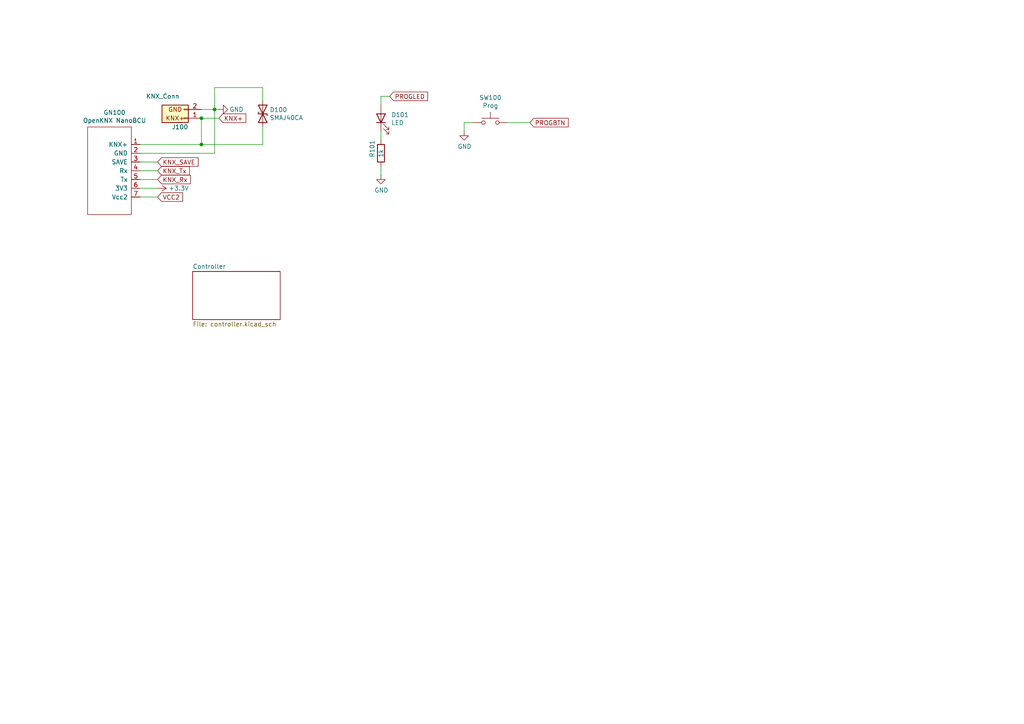
<source format=kicad_sch>
(kicad_sch (version 20231120) (generator "eeschema") (generator_version "8.0")
  (paper "A4")
  (title_block (title "UP1-Controller2040") (date "2025-01-27") (rev "V01.01") (company "OpenKNX") (comment 1 "by Ing-Dom <dom@ing-dom.de>") (comment 2 "OpenKNX Open Hardware under CC BY-NC-SA 4.0") (comment 3 "UP1-Controller PCB with RP2040 MCU") (comment 4 "https://OpenKNX.de"))
  (lib_symbols
    (symbol "Device:D_TVS" (pin_numbers hide) (pin_names (offset 1.016) hide)
      (property "Reference" "D" (at 0 2.54 0))
      (property "Value" "D_TVS" (at 0 -2.54 0))
      (symbol "D_TVS_0_1"
        (polyline (pts (xy 1.27 0) (xy -1.27 0)))
        (polyline (pts (xy 0.508 1.27) (xy 0 1.27) (xy 0 -1.27) (xy -0.508 -1.27)) (stroke (width 0.254)))
        (polyline (pts (xy -2.54 1.27) (xy -2.54 -1.27) (xy 2.54 1.27) (xy 2.54 -1.27) (xy -2.54 1.27)) (stroke (width 0.254)))
      )
      (symbol "D_TVS_1_1"
        (pin passive line (at -3.81 0 0) (length 2.54) (name "A1") (number "1"))
        (pin passive line (at 3.81 0 180) (length 2.54) (name "A2") (number "2"))
      )
    )
    (symbol "Device:LED" (pin_numbers hide) (pin_names (offset 1.016) hide)
      (property "Reference" "D" (at 0 2.54 0))
      (property "Value" "LED" (at 0 -2.54 0))
      (symbol "LED_0_1"
        (polyline (pts (xy -1.27 -1.27) (xy -1.27 1.27)) (stroke (width 0.254)))
        (polyline (pts (xy -1.27 0) (xy 1.27 0)))
        (polyline (pts (xy 1.27 -1.27) (xy 1.27 1.27) (xy -1.27 0) (xy 1.27 -1.27)) (stroke (width 0.254)))
        (polyline (pts (xy -3.048 -0.762) (xy -4.572 -2.286) (xy -3.81 -2.286) (xy -4.572 -2.286) (xy -4.572 -1.524)))
        (polyline (pts (xy -1.778 -0.762) (xy -3.302 -2.286) (xy -2.54 -2.286) (xy -3.302 -2.286) (xy -3.302 -1.524)))
      )
      (symbol "LED_1_1"
        (pin passive line (at -3.81 0 0) (length 2.54) (name "K") (number "1"))
        (pin passive line (at 3.81 0 180) (length 2.54) (name "A") (number "2"))
      )
    )
    (symbol "Device:R" (pin_numbers hide) (pin_names (offset 0))
      (property "Reference" "R" (at 2.032 0 90))
      (property "Value" "R" (at 0 0 90))
      (symbol "R_0_1"
        (rectangle (start -1.016 -2.54) (end 1.016 2.54) (stroke (width 0.254)))
      )
      (symbol "R_1_1"
        (pin passive line (at 0 3.81 270) (length 1.27) (name "~") (number "1"))
        (pin passive line (at 0 -3.81 90) (length 1.27) (name "~") (number "2"))
      )
    )
    (symbol "OpenKNX:Conn_KNX" (pin_names (offset 1.016) hide)
      (property "Reference" "J" (at 0 2.54 0))
      (property "Value" "Conn_KNX" (at 0 -5.08 0))
      (symbol "Conn_KNX_0_0"
        (text "GND" (at 2.54 -2.54 0) (effects (font (size 1.27 1.27))))
        (text "KNX+" (at 2.54 0 0) (effects (font (size 1.27 1.27))))
      )
      (symbol "Conn_KNX_1_1"
        (rectangle (start -1.27 -2.413) (end 0 -2.667) (stroke (width 0.1524)))
        (rectangle (start -1.27 0.127) (end 0 -0.127) (stroke (width 0.1524)))
        (rectangle (start -1.27 1.27) (end 6.35 -3.81) (stroke (width 0.254)) (fill (type background)))
        (pin passive line (at -5.08 0 0) (length 3.81) (name "Pin_1") (number "1"))
        (pin passive line (at -5.08 -2.54 0) (length 3.81) (name "Pin_2") (number "2"))
      )
    )
    (symbol "OpenKNX:OpenKNX_BCU" (pin_names (offset 1.016))
      (property "Reference" "GN" (at -5.08 13.97 0))
      (property "Value" "OpenKNX_BCU" (at -3.175 0 90))
      (symbol "OpenKNX_BCU_0_1"
        (rectangle (start 6.35 12.7) (end -6.35 -12.7))
      )
      (symbol "OpenKNX_BCU_1_1"
        (pin bidirectional line (at 8.89 7.62 180) (length 2.54) (name "KNX+") (number "1"))
        (pin bidirectional line (at 8.89 5.08 180) (length 2.54) (name "GND") (number "2"))
        (pin output line (at 8.89 2.54 180) (length 2.54) (name "SAVE") (number "3"))
        (pin input line (at 8.89 0 180) (length 2.54) (name "Rx") (number "4"))
        (pin output line (at 8.89 -2.54 180) (length 2.54) (name "Tx") (number "5"))
        (pin power_out line (at 8.89 -5.08 180) (length 2.54) (name "3V3") (number "6"))
        (pin power_out line (at 8.89 -7.62 180) (length 2.54) (name "Vcc2") (number "7"))
      )
    )
    (symbol "Switch:SW_Push" (pin_numbers hide) (pin_names (offset 1.016) hide)
      (property "Reference" "SW" (at 1.27 2.54 0))
      (property "Value" "SW_Push" (at 0 -1.524 0))
      (symbol "SW_Push_0_1"
        (circle (center -2.032 0) (radius 0.508))
        (polyline (pts (xy 0 1.27) (xy 0 3.048)))
        (polyline (pts (xy 2.54 1.27) (xy -2.54 1.27)))
        (circle (center 2.032 0) (radius 0.508))
        (pin passive line (at -5.08 0 0) (length 2.54) (name "1") (number "1"))
        (pin passive line (at 5.08 0 180) (length 2.54) (name "2") (number "2"))
      )
    )
    (symbol "power:+3.3V" (power) (pin_numbers hide) (pin_names (offset 0) hide)
      (property "Value" "+3.3V" (at 0 3.556 0))
      (symbol "+3.3V_0_1"
        (polyline (pts (xy -0.762 1.27) (xy 0 2.54)))
        (polyline (pts (xy 0 0) (xy 0 2.54)))
        (polyline (pts (xy 0 2.54) (xy 0.762 1.27)))
      )
      (symbol "+3.3V_1_1"
        (pin power_in line (at 0 0 90) (length 0) (name "~") (number "1"))
      )
    )
    (symbol "power:GND" (power) (pin_numbers hide) (pin_names (offset 0) hide)
      (property "Value" "GND" (at 0 -3.81 0))
      (symbol "GND_0_1"
        (polyline (pts (xy 0 0) (xy 0 -1.27) (xy 1.27 -1.27) (xy 0 -2.54) (xy -1.27 -1.27) (xy 0 -1.27)))
      )
      (symbol "GND_1_1"
        (pin power_in line (at 0 0 270) (length 0) (name "~") (number "1"))
      )
    )
  )
  (junction (at 58.42 41.91))
  (junction (at 58.42 34.29))
  (junction (at 62.23 31.75))
  (wire (pts (xy 58.42 34.29) (xy 58.42 41.91)))
  (wire (pts (xy 113.03 27.94) (xy 110.49 27.94)))
  (wire (pts (xy 110.49 27.94) (xy 110.49 30.48)))
  (wire (pts (xy 58.42 34.29) (xy 63.5 34.29)))
  (wire (pts (xy 40.64 52.07) (xy 45.72 52.07)))
  (wire (pts (xy 62.23 31.75) (xy 62.23 25.4)))
  (wire (pts (xy 110.49 38.1) (xy 110.49 40.64)))
  (wire (pts (xy 134.62 35.56) (xy 134.62 38.1)))
  (wire (pts (xy 45.72 49.53) (xy 40.64 49.53)))
  (wire (pts (xy 62.23 25.4) (xy 76.2 25.4)))
  (wire (pts (xy 76.2 25.4) (xy 76.2 29.21)))
  (wire (pts (xy 62.23 31.75) (xy 63.5 31.75)))
  (wire (pts (xy 153.67 35.56) (xy 147.32 35.56)))
  (wire (pts (xy 58.42 31.75) (xy 62.23 31.75)))
  (wire (pts (xy 76.2 36.83) (xy 76.2 41.91)))
  (wire (pts (xy 58.42 41.91) (xy 40.64 41.91)))
  (wire (pts (xy 40.64 46.99) (xy 45.72 46.99)))
  (wire (pts (xy 62.23 44.45) (xy 62.23 31.75)))
  (wire (pts (xy 40.64 44.45) (xy 62.23 44.45)))
  (wire (pts (xy 45.72 54.61) (xy 40.64 54.61)))
  (wire (pts (xy 137.16 35.56) (xy 134.62 35.56)))
  (wire (pts (xy 76.2 41.91) (xy 58.42 41.91)))
  (wire (pts (xy 40.64 57.15) (xy 45.72 57.15)))
  (wire (pts (xy 110.49 48.26) (xy 110.49 50.8)))
  (global_label "PROGLED" (shape input) (at 113.03 27.94 0) (property "Intersheetrefs" "${INTERSHEET_REFS}" (effects (hide yes))))
  (global_label "PROGBTN" (shape input) (at 153.67 35.56 0) (property "Intersheetrefs" "${INTERSHEET_REFS}" (effects (hide yes))))
  (global_label "KNX_Tx" (shape input) (at 45.72 49.53 0) (property "Intersheetrefs" "${INTERSHEET_REFS}" (effects (hide yes))))
  (global_label "KNX_Rx" (shape input) (at 45.72 52.07 0) (property "Intersheetrefs" "${INTERSHEET_REFS}" (effects (hide yes))))
  (global_label "KNX+" (shape input) (at 63.5 34.29 0) (property "Intersheetrefs" "${INTERSHEET_REFS}" (effects (hide yes))))
  (global_label "VCC2" (shape input) (at 45.72 57.15 0) (property "Intersheetrefs" "${INTERSHEET_REFS}" (effects (hide yes))))
  (global_label "KNX_SAVE" (shape input) (at 45.72 46.99 0) (property "Intersheetrefs" "${INTERSHEET_REFS}" (effects (hide yes))))
  (symbol (lib_id "power:GND") (at 63.5 31.75 90) (unit 1)
    (property "Reference" "#PWR0103" (effects (hide yes)))
    (property "Value" "GND" (at 68.58 31.75 90))
    (property "Description" "Power symbol creates a global label with name \"GND\" , ground" (effects (hide yes)))
  )
  (symbol (lib_id "OpenKNX:Conn_KNX") (at 53.34 34.29 180) (unit 1)
    (property "Reference" "J100" (at 54.61 36.83 0) (effects (justify left)))
    (property "Value" "KNX_Conn" (at 52.07 27.94 0) (effects (justify left)))
    (property "Footprint" "OpenKNX:KNX_Connector" (effects (hide yes)))
  )
  (symbol (lib_id "OpenKNX:OpenKNX_BCU") (at 31.75 49.53 0) (unit 1)
    (property "Reference" "GN100" (at 33.2232 32.639 0))
    (property "Value" "OpenKNX NanoBCU" (at 33.2232 34.9504 0))
    (property "Footprint" "OpenKNX:NanoBCU_PinHeader_SMD_low_profile" (effects (hide yes)))
  )
  (symbol (lib_id "Device:D_TVS") (at 76.2 33.02 270) (unit 1)
    (property "Reference" "D100" (at 78.2066 31.8516 90) (effects (justify left)))
    (property "Value" "SMAJ40CA" (at 78.2066 34.163 90) (effects (justify left)))
    (property "Footprint" "Diode_SMD:D_SMA" (effects (hide yes)))
  )
  (symbol (lib_id "Device:LED") (at 110.49 34.29 90) (unit 1)
    (property "Reference" "D101" (at 113.4618 33.2994 90) (effects (justify right)))
    (property "Value" "LED" (at 113.4618 35.6108 90) (effects (justify right)))
    (property "Footprint" "LED_SMD:LED_0603_1608Metric" (effects (hide yes)))
  )
  (symbol (lib_id "Device:R") (at 110.49 44.45 0) (unit 1)
    (property "Reference" "R101" (at 107.95 45.72 90) (effects (justify left)))
    (property "Value" "1k" (at 110.49 45.72 90) (effects (justify left)))
    (property "Footprint" "Resistor_SMD:R_0402_1005Metric" (effects (hide yes)))
  )
  (symbol (lib_id "power:GND") (at 110.49 50.8 0) (unit 1)
    (property "Reference" "#PWR0104" (effects (hide yes)))
    (property "Value" "GND" (at 110.617 55.1942 0))
    (property "Description" "Power symbol creates a global label with name \"GND\" , ground" (effects (hide yes)))
  )
  (symbol (lib_id "power:GND") (at 134.62 38.1 0) (unit 1)
    (property "Reference" "#PWR0105" (effects (hide yes)))
    (property "Value" "GND" (at 134.747 42.4942 0))
    (property "Description" "Power symbol creates a global label with name \"GND\" , ground" (effects (hide yes)))
  )
  (symbol (lib_id "Switch:SW_Push") (at 142.24 35.56 0) (unit 1)
    (property "Reference" "SW100" (at 142.24 28.321 0))
    (property "Value" "Prog" (at 142.24 30.6324 0))
    (property "Footprint" "EasyEDAModLib:C455282_SW-SMD_4P-L4.2-W3.3-P2.15-LS5.1" (effects (hide yes)))
  )
  (symbol (lib_id "power:+3.3V") (at 45.72 54.61 270) (unit 1)
    (property "Reference" "#PWR01" (effects (hide yes)))
    (property "Value" "+3.3V" (at 48.895 54.61 90) (effects (justify left)))
    (property "Description" "Power symbol creates a global label with name \"+3.3V\"" (effects (hide yes)))
  )
  (sheet (at 55.88 78.74) (size 25.4 13.97)
    (property "Sheetname" "Controller" (at 55.88 78.0284 0) (effects (justify left bottom)))
    (property "Sheetfile" "controller.kicad_sch" (at 55.88 93.2946 0) (effects (justify left top)))
  )
)
</source>
